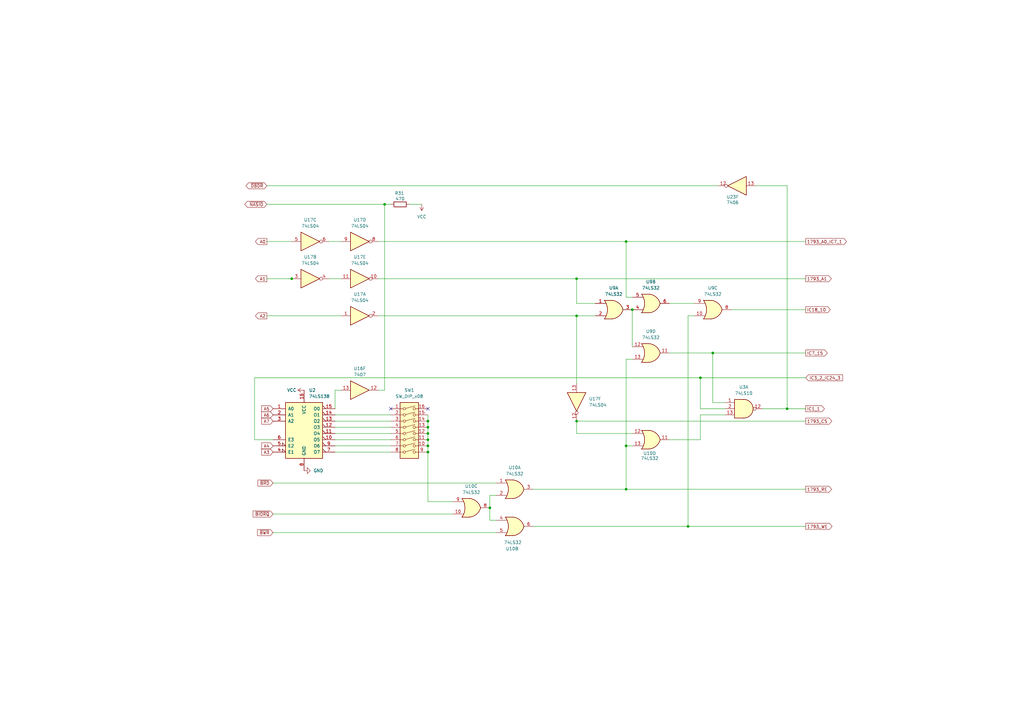
<source format=kicad_sch>
(kicad_sch (version 20211123) (generator eeschema)
  (paper "A3")
  (title_block (title "80 Bus FDC Controller") (date "2023-04-03") (rev "1.3.0"))
  (lib_symbols
    (symbol "74xx:74LS04"
      (property "Reference" "U" (at 0 1.27 0))
      (property "Value" "74LS04" (at 0 -1.27 0))
      (symbol "74LS04_1_0"
        (polyline (pts (xy -3.81 3.81) (xy -3.81 -3.81) (xy 3.81 0) (xy -3.81 3.81)) (stroke (width 0.254)) (fill (type background)))
        (pin input line (at -7.62 0 0) (length 3.81) (name "~") (number "1"))
        (pin output inverted (at 7.62 0 180) (length 3.81) (name "~") (number "2"))
      )
      (symbol "74LS04_2_0"
        (polyline (pts (xy -3.81 3.81) (xy -3.81 -3.81) (xy 3.81 0) (xy -3.81 3.81)) (stroke (width 0.254)) (fill (type background)))
        (pin input line (at -7.62 0 0) (length 3.81) (name "~") (number "3"))
        (pin output inverted (at 7.62 0 180) (length 3.81) (name "~") (number "4"))
      )
      (symbol "74LS04_3_0"
        (polyline (pts (xy -3.81 3.81) (xy -3.81 -3.81) (xy 3.81 0) (xy -3.81 3.81)) (stroke (width 0.254)) (fill (type background)))
        (pin input line (at -7.62 0 0) (length 3.81) (name "~") (number "5"))
        (pin output inverted (at 7.62 0 180) (length 3.81) (name "~") (number "6"))
      )
      (symbol "74LS04_4_0"
        (polyline (pts (xy -3.81 3.81) (xy -3.81 -3.81) (xy 3.81 0) (xy -3.81 3.81)) (stroke (width 0.254)) (fill (type background)))
        (pin output inverted (at 7.62 0 180) (length 3.81) (name "~") (number "8"))
        (pin input line (at -7.62 0 0) (length 3.81) (name "~") (number "9"))
      )
      (symbol "74LS04_5_0"
        (polyline (pts (xy -3.81 3.81) (xy -3.81 -3.81) (xy 3.81 0) (xy -3.81 3.81)) (stroke (width 0.254)) (fill (type background)))
        (pin output inverted (at 7.62 0 180) (length 3.81) (name "~") (number "10"))
        (pin input line (at -7.62 0 0) (length 3.81) (name "~") (number "11"))
      )
      (symbol "74LS04_6_0"
        (polyline (pts (xy -3.81 3.81) (xy -3.81 -3.81) (xy 3.81 0) (xy -3.81 3.81)) (stroke (width 0.254)) (fill (type background)))
        (pin output inverted (at 7.62 0 180) (length 3.81) (name "~") (number "12"))
        (pin input line (at -7.62 0 0) (length 3.81) (name "~") (number "13"))
      )
      (symbol "74LS04_7_0"
        (pin power_in line (at 0 12.7 270) (length 5.08) (name "VCC") (number "14"))
        (pin power_in line (at 0 -12.7 90) (length 5.08) (name "GND") (number "7"))
      )
      (symbol "74LS04_7_1"
        (rectangle (start -5.08 7.62) (end 5.08 -7.62) (stroke (width 0.254)) (fill (type background)))
      )
    )
    (symbol "74xx:74LS10" (pin_names (offset 1.016))
      (property "Reference" "U" (at 0 1.27 0))
      (property "Value" "74LS10" (at 0 -1.27 0))
      (symbol "74LS10_1_1"
        (arc (start 0 -3.81) (mid 3.81 0) (end 0 3.81) (stroke (width 0.254)) (fill (type background)))
        (polyline (pts (xy 0 3.81) (xy -3.81 3.81) (xy -3.81 -3.81) (xy 0 -3.81)) (stroke (width 0.254)) (fill (type background)))
        (pin input line (at -7.62 2.54 0) (length 3.81) (name "~") (number "1"))
        (pin output inverted (at 7.62 0 180) (length 3.81) (name "~") (number "12"))
        (pin input line (at -7.62 -2.54 0) (length 3.81) (name "~") (number "13"))
        (pin input line (at -7.62 0 0) (length 3.81) (name "~") (number "2"))
      )
      (symbol "74LS10_1_2"
        (arc (start -3.81 -3.81) (mid -2.589 0) (end -3.81 3.81) (stroke (width 0.254)))
        (arc (start -0.6096 -3.81) (mid 2.1842 -2.5851) (end 3.81 0) (stroke (width 0.254)) (fill (type background)))
        (polyline (pts (xy -3.81 -3.81) (xy -0.635 -3.81)) (stroke (width 0.254)) (fill (type background)))
        (polyline (pts (xy -3.81 3.81) (xy -0.635 3.81)) (stroke (width 0.254)) (fill (type background)))
        (polyline (pts (xy -0.635 3.81) (xy -3.81 3.81) (xy -3.81 3.81) (xy -3.556 3.4036) (xy -3.0226 2.2606) (xy -2.6924 1.0414) (xy -2.6162 -0.254) (xy -2.7686 -1.4986) (xy -3.175 -2.7178) (xy -3.81 -3.81) (xy -3.81 -3.81) (xy -0.635 -3.81)) (stroke (width -25.4)) (fill (type background)))
        (arc (start 3.81 0) (mid 2.1915 2.5936) (end -0.6096 3.81) (stroke (width 0.254)) (fill (type background)))
        (pin input inverted (at -7.62 2.54 0) (length 4.318) (name "~") (number "1"))
        (pin output line (at 7.62 0 180) (length 3.81) (name "~") (number "12"))
        (pin input inverted (at -7.62 -2.54 0) (length 4.318) (name "~") (number "13"))
        (pin input inverted (at -7.62 0 0) (length 4.953) (name "~") (number "2"))
      )
      (symbol "74LS10_2_1"
        (arc (start 0 -3.81) (mid 3.81 0) (end 0 3.81) (stroke (width 0.254)) (fill (type background)))
        (polyline (pts (xy 0 3.81) (xy -3.81 3.81) (xy -3.81 -3.81) (xy 0 -3.81)) (stroke (width 0.254)) (fill (type background)))
        (pin input line (at -7.62 2.54 0) (length 3.81) (name "~") (number "3"))
        (pin input line (at -7.62 0 0) (length 3.81) (name "~") (number "4"))
        (pin input line (at -7.62 -2.54 0) (length 3.81) (name "~") (number "5"))
        (pin output inverted (at 7.62 0 180) (length 3.81) (name "~") (number "6"))
      )
      (symbol "74LS10_2_2"
        (arc (start -3.81 -3.81) (mid -2.589 0) (end -3.81 3.81) (stroke (width 0.254)))
        (arc (start -0.6096 -3.81) (mid 2.1842 -2.5851) (end 3.81 0) (stroke (width 0.254)) (fill (type background)))
        (polyline (pts (xy -3.81 -3.81) (xy -0.635 -3.81)) (stroke (width 0.254)) (fill (type background)))
        (polyline (pts (xy -3.81 3.81) (xy -0.635 3.81)) (stroke (width 0.254)) (fill (type background)))
        (polyline (pts (xy -0.635 3.81) (xy -3.81 3.81) (xy -3.81 3.81) (xy -3.556 3.4036) (xy -3.0226 2.2606) (xy -2.6924 1.0414) (xy -2.6162 -0.254) (xy -2.7686 -1.4986) (xy -3.175 -2.7178) (xy -3.81 -3.81) (xy -3.81 -3.81) (xy -0.635 -3.81)) (stroke (width -25.4)) (fill (type background)))
        (arc (start 3.81 0) (mid 2.1915 2.5936) (end -0.6096 3.81) (stroke (width 0.254)) (fill (type background)))
        (pin input inverted (at -7.62 2.54 0) (length 4.318) (name "~") (number "3"))
        (pin input inverted (at -7.62 0 0) (length 4.953) (name "~") (number "4"))
        (pin input inverted (at -7.62 -2.54 0) (length 4.318) (name "~") (number "5"))
        (pin output line (at 7.62 0 180) (length 3.81) (name "~") (number "6"))
      )
      (symbol "74LS10_3_1"
        (arc (start 0 -3.81) (mid 3.81 0) (end 0 3.81) (stroke (width 0.254)) (fill (type background)))
        (polyline (pts (xy 0 3.81) (xy -3.81 3.81) (xy -3.81 -3.81) (xy 0 -3.81)) (stroke (width 0.254)) (fill (type background)))
        (pin input line (at -7.62 0 0) (length 3.81) (name "~") (number "10"))
        (pin input line (at -7.62 -2.54 0) (length 3.81) (name "~") (number "11"))
        (pin output inverted (at 7.62 0 180) (length 3.81) (name "~") (number "8"))
        (pin input line (at -7.62 2.54 0) (length 3.81) (name "~") (number "9"))
      )
      (symbol "74LS10_3_2"
        (arc (start -3.81 -3.81) (mid -2.589 0) (end -3.81 3.81) (stroke (width 0.254)))
        (arc (start -0.6096 -3.81) (mid 2.1842 -2.5851) (end 3.81 0) (stroke (width 0.254)) (fill (type background)))
        (polyline (pts (xy -3.81 -3.81) (xy -0.635 -3.81)) (stroke (width 0.254)) (fill (type background)))
        (polyline (pts (xy -3.81 3.81) (xy -0.635 3.81)) (stroke (width 0.254)) (fill (type background)))
        (polyline (pts (xy -0.635 3.81) (xy -3.81 3.81) (xy -3.81 3.81) (xy -3.556 3.4036) (xy -3.0226 2.2606) (xy -2.6924 1.0414) (xy -2.6162 -0.254) (xy -2.7686 -1.4986) (xy -3.175 -2.7178) (xy -3.81 -3.81) (xy -3.81 -3.81) (xy -0.635 -3.81)) (stroke (width -25.4)) (fill (type background)))
        (arc (start 3.81 0) (mid 2.1915 2.5936) (end -0.6096 3.81) (stroke (width 0.254)) (fill (type background)))
        (pin input inverted (at -7.62 0 0) (length 4.953) (name "~") (number "10"))
        (pin input inverted (at -7.62 -2.54 0) (length 4.318) (name "~") (number "11"))
        (pin output line (at 7.62 0 180) (length 3.81) (name "~") (number "8"))
        (pin input inverted (at -7.62 2.54 0) (length 4.318) (name "~") (number "9"))
      )
      (symbol "74LS10_4_0"
        (pin power_in line (at 0 12.7 270) (length 5.08) (name "VCC") (number "14"))
        (pin power_in line (at 0 -12.7 90) (length 5.08) (name "GND") (number "7"))
      )
      (symbol "74LS10_4_1"
        (rectangle (start -5.08 7.62) (end 5.08 -7.62) (stroke (width 0.254)) (fill (type background)))
      )
    )
    (symbol "74xx:74LS138" (pin_names (offset 1.016))
      (property "Reference" "U" (at -7.62 11.43 0))
      (property "Value" "74LS138" (at -7.62 -13.97 0))
      (symbol "74LS138_1_0"
        (pin input line (at -12.7 7.62 0) (length 5.08) (name "A0") (number "1"))
        (pin output output_low (at 12.7 -5.08 180) (length 5.08) (name "O5") (number "10"))
        (pin output output_low (at 12.7 -2.54 180) (length 5.08) (name "O4") (number "11"))
        (pin output output_low (at 12.7 0 180) (length 5.08) (name "O3") (number "12"))
        (pin output output_low (at 12.7 2.54 180) (length 5.08) (name "O2") (number "13"))
        (pin output output_low (at 12.7 5.08 180) (length 5.08) (name "O1") (number "14"))
        (pin output output_low (at 12.7 7.62 180) (length 5.08) (name "O0") (number "15"))
        (pin power_in line (at 0 15.24 270) (length 5.08) (name "VCC") (number "16"))
        (pin input line (at -12.7 5.08 0) (length 5.08) (name "A1") (number "2"))
        (pin input line (at -12.7 2.54 0) (length 5.08) (name "A2") (number "3"))
        (pin input input_low (at -12.7 -10.16 0) (length 5.08) (name "E1") (number "4"))
        (pin input input_low (at -12.7 -7.62 0) (length 5.08) (name "E2") (number "5"))
        (pin input line (at -12.7 -5.08 0) (length 5.08) (name "E3") (number "6"))
        (pin output output_low (at 12.7 -10.16 180) (length 5.08) (name "O7") (number "7"))
        (pin power_in line (at 0 -17.78 90) (length 5.08) (name "GND") (number "8"))
        (pin output output_low (at 12.7 -7.62 180) (length 5.08) (name "O6") (number "9"))
      )
      (symbol "74LS138_1_1"
        (rectangle (start -7.62 10.16) (end 7.62 -12.7) (stroke (width 0.254)) (fill (type background)))
      )
    )
    (symbol "74xx:74LS32" (pin_names (offset 1.016))
      (property "Reference" "U" (at 0 1.27 0))
      (property "Value" "74LS32" (at 0 -1.27 0))
      (symbol "74LS32_1_1"
        (arc (start -3.81 -3.81) (mid -2.589 0) (end -3.81 3.81) (stroke (width 0.254)))
        (arc (start -0.6096 -3.81) (mid 2.1842 -2.5851) (end 3.81 0) (stroke (width 0.254)) (fill (type background)))
        (polyline (pts (xy -3.81 -3.81) (xy -0.635 -3.81)) (stroke (width 0.254)) (fill (type background)))
        (polyline (pts (xy -3.81 3.81) (xy -0.635 3.81)) (stroke (width 0.254)) (fill (type background)))
        (polyline (pts (xy -0.635 3.81) (xy -3.81 3.81) (xy -3.81 3.81) (xy -3.556 3.4036) (xy -3.0226 2.2606) (xy -2.6924 1.0414) (xy -2.6162 -0.254) (xy -2.7686 -1.4986) (xy -3.175 -2.7178) (xy -3.81 -3.81) (xy -3.81 -3.81) (xy -0.635 -3.81)) (stroke (width -25.4)) (fill (type background)))
        (arc (start 3.81 0) (mid 2.1915 2.5936) (end -0.6096 3.81) (stroke (width 0.254)) (fill (type background)))
        (pin input line (at -7.62 2.54 0) (length 4.318) (name "~") (number "1"))
        (pin input line (at -7.62 -2.54 0) (length 4.318) (name "~") (number "2"))
        (pin output line (at 7.62 0 180) (length 3.81) (name "~") (number "3"))
      )
      (symbol "74LS32_1_2"
        (arc (start 0 -3.81) (mid 3.81 0) (end 0 3.81) (stroke (width 0.254)) (fill (type background)))
        (polyline (pts (xy 0 3.81) (xy -3.81 3.81) (xy -3.81 -3.81) (xy 0 -3.81)) (stroke (width 0.254)) (fill (type background)))
        (pin input inverted (at -7.62 2.54 0) (length 3.81) (name "~") (number "1"))
        (pin input inverted (at -7.62 -2.54 0) (length 3.81) (name "~") (number "2"))
        (pin output inverted (at 7.62 0 180) (length 3.81) (name "~") (number "3"))
      )
      (symbol "74LS32_2_1"
        (arc (start -3.81 -3.81) (mid -2.589 0) (end -3.81 3.81) (stroke (width 0.254)))
        (arc (start -0.6096 -3.81) (mid 2.1842 -2.5851) (end 3.81 0) (stroke (width 0.254)) (fill (type background)))
        (polyline (pts (xy -3.81 -3.81) (xy -0.635 -3.81)) (stroke (width 0.254)) (fill (type background)))
        (polyline (pts (xy -3.81 3.81) (xy -0.635 3.81)) (stroke (width 0.254)) (fill (type background)))
        (polyline (pts (xy -0.635 3.81) (xy -3.81 3.81) (xy -3.81 3.81) (xy -3.556 3.4036) (xy -3.0226 2.2606) (xy -2.6924 1.0414) (xy -2.6162 -0.254) (xy -2.7686 -1.4986) (xy -3.175 -2.7178) (xy -3.81 -3.81) (xy -3.81 -3.81) (xy -0.635 -3.81)) (stroke (width -25.4)) (fill (type background)))
        (arc (start 3.81 0) (mid 2.1915 2.5936) (end -0.6096 3.81) (stroke (width 0.254)) (fill (type background)))
        (pin input line (at -7.62 2.54 0) (length 4.318) (name "~") (number "4"))
        (pin input line (at -7.62 -2.54 0) (length 4.318) (name "~") (number "5"))
        (pin output line (at 7.62 0 180) (length 3.81) (name "~") (number "6"))
      )
      (symbol "74LS32_2_2"
        (arc (start 0 -3.81) (mid 3.81 0) (end 0 3.81) (stroke (width 0.254)) (fill (type background)))
        (polyline (pts (xy 0 3.81) (xy -3.81 3.81) (xy -3.81 -3.81) (xy 0 -3.81)) (stroke (width 0.254)) (fill (type background)))
        (pin input inverted (at -7.62 2.54 0) (length 3.81) (name "~") (number "4"))
        (pin input inverted (at -7.62 -2.54 0) (length 3.81) (name "~") (number "5"))
        (pin output inverted (at 7.62 0 180) (length 3.81) (name "~") (number "6"))
      )
      (symbol "74LS32_3_1"
        (arc (start -3.81 -3.81) (mid -2.589 0) (end -3.81 3.81) (stroke (width 0.254)))
        (arc (start -0.6096 -3.81) (mid 2.1842 -2.5851) (end 3.81 0) (stroke (width 0.254)) (fill (type background)))
        (polyline (pts (xy -3.81 -3.81) (xy -0.635 -3.81)) (stroke (width 0.254)) (fill (type background)))
        (polyline (pts (xy -3.81 3.81) (xy -0.635 3.81)) (stroke (width 0.254)) (fill (type background)))
        (polyline (pts (xy -0.635 3.81) (xy -3.81 3.81) (xy -3.81 3.81) (xy -3.556 3.4036) (xy -3.0226 2.2606) (xy -2.6924 1.0414) (xy -2.6162 -0.254) (xy -2.7686 -1.4986) (xy -3.175 -2.7178) (xy -3.81 -3.81) (xy -3.81 -3.81) (xy -0.635 -3.81)) (stroke (width -25.4)) (fill (type background)))
        (arc (start 3.81 0) (mid 2.1915 2.5936) (end -0.6096 3.81) (stroke (width 0.254)) (fill (type background)))
        (pin input line (at -7.62 -2.54 0) (length 4.318) (name "~") (number "10"))
        (pin output line (at 7.62 0 180) (length 3.81) (name "~") (number "8"))
        (pin input line (at -7.62 2.54 0) (length 4.318) (name "~") (number "9"))
      )
      (symbol "74LS32_3_2"
        (arc (start 0 -3.81) (mid 3.81 0) (end 0 3.81) (stroke (width 0.254)) (fill (type background)))
        (polyline (pts (xy 0 3.81) (xy -3.81 3.81) (xy -3.81 -3.81) (xy 0 -3.81)) (stroke (width 0.254)) (fill (type background)))
        (pin input inverted (at -7.62 -2.54 0) (length 3.81) (name "~") (number "10"))
        (pin output inverted (at 7.62 0 180) (length 3.81) (name "~") (number "8"))
        (pin input inverted (at -7.62 2.54 0) (length 3.81) (name "~") (number "9"))
      )
      (symbol "74LS32_4_1"
        (arc (start -3.81 -3.81) (mid -2.589 0) (end -3.81 3.81) (stroke (width 0.254)))
        (arc (start -0.6096 -3.81) (mid 2.1842 -2.5851) (end 3.81 0) (stroke (width 0.254)) (fill (type background)))
        (polyline (pts (xy -3.81 -3.81) (xy -0.635 -3.81)) (stroke (width 0.254)) (fill (type background)))
        (polyline (pts (xy -3.81 3.81) (xy -0.635 3.81)) (stroke (width 0.254)) (fill (type background)))
        (polyline (pts (xy -0.635 3.81) (xy -3.81 3.81) (xy -3.81 3.81) (xy -3.556 3.4036) (xy -3.0226 2.2606) (xy -2.6924 1.0414) (xy -2.6162 -0.254) (xy -2.7686 -1.4986) (xy -3.175 -2.7178) (xy -3.81 -3.81) (xy -3.81 -3.81) (xy -0.635 -3.81)) (stroke (width -25.4)) (fill (type background)))
        (arc (start 3.81 0) (mid 2.1915 2.5936) (end -0.6096 3.81) (stroke (width 0.254)) (fill (type background)))
        (pin output line (at 7.62 0 180) (length 3.81) (name "~") (number "11"))
        (pin input line (at -7.62 2.54 0) (length 4.318) (name "~") (number "12"))
        (pin input line (at -7.62 -2.54 0) (length 4.318) (name "~") (number "13"))
      )
      (symbol "74LS32_4_2"
        (arc (start 0 -3.81) (mid 3.81 0) (end 0 3.81) (stroke (width 0.254)) (fill (type background)))
        (polyline (pts (xy 0 3.81) (xy -3.81 3.81) (xy -3.81 -3.81) (xy 0 -3.81)) (stroke (width 0.254)) (fill (type background)))
        (pin output inverted (at 7.62 0 180) (length 3.81) (name "~") (number "11"))
        (pin input inverted (at -7.62 2.54 0) (length 3.81) (name "~") (number "12"))
        (pin input inverted (at -7.62 -2.54 0) (length 3.81) (name "~") (number "13"))
      )
      (symbol "74LS32_5_0"
        (pin power_in line (at 0 12.7 270) (length 5.08) (name "VCC") (number "14"))
        (pin power_in line (at 0 -12.7 90) (length 5.08) (name "GND") (number "7"))
      )
      (symbol "74LS32_5_1"
        (rectangle (start -5.08 7.62) (end 5.08 -7.62) (stroke (width 0.254)) (fill (type background)))
      )
    )
    (symbol "80bus:7406" (pin_names (offset 1.016))
      (property "Reference" "U" (at 0 1.27 0))
      (property "Value" "7406" (at 0 -1.27 0))
      (symbol "7406_1_0"
        (polyline (pts (xy -3.81 3.81) (xy -3.81 -3.81) (xy 3.81 0) (xy -3.81 3.81)) (stroke (width 0.254)) (fill (type background)))
        (pin input line (at -7.62 0 0) (length 3.81) (name "~") (number "1"))
        (pin open_collector inverted (at 7.62 0 180) (length 3.81) (name "~") (number "2"))
      )
      (symbol "7406_2_0"
        (polyline (pts (xy -3.81 3.81) (xy -3.81 -3.81) (xy 3.81 0) (xy -3.81 3.81)) (stroke (width 0.254)) (fill (type background)))
        (pin input line (at -7.62 0 0) (length 3.81) (name "~") (number "3"))
        (pin open_collector inverted (at 7.62 0 180) (length 3.81) (name "~") (number "4"))
      )
      (symbol "7406_3_0"
        (polyline (pts (xy -3.81 3.81) (xy -3.81 -3.81) (xy 3.81 0) (xy -3.81 3.81)) (stroke (width 0.254)) (fill (type background)))
        (pin input line (at -7.62 0 0) (length 3.81) (name "~") (number "5"))
        (pin open_collector inverted (at 7.62 0 180) (length 3.81) (name "~") (number "6"))
      )
      (symbol "7406_4_0"
        (polyline (pts (xy -3.81 3.81) (xy -3.81 -3.81) (xy 3.81 0) (xy -3.81 3.81)) (stroke (width 0.254)) (fill (type background)))
        (pin open_collector inverted (at 7.62 0 180) (length 3.81) (name "~") (number "8"))
        (pin input line (at -7.62 0 0) (length 3.81) (name "~") (number "9"))
      )
      (symbol "7406_5_0"
        (polyline (pts (xy -3.81 3.81) (xy -3.81 -3.81) (xy 3.81 0) (xy -3.81 3.81)) (stroke (width 0.254)) (fill (type background)))
        (pin open_collector inverted (at 7.62 0 180) (length 3.81) (name "~") (number "10"))
        (pin input line (at -7.62 0 0) (length 3.81) (name "~") (number "11"))
      )
      (symbol "7406_6_0"
        (polyline (pts (xy -3.81 3.81) (xy -3.81 -3.81) (xy 3.81 0) (xy -3.81 3.81)) (stroke (width 0.254)) (fill (type background)))
        (pin open_collector inverted (at 7.62 0 180) (length 3.81) (name "~") (number "12"))
        (pin input line (at -7.62 0 0) (length 3.81) (name "~") (number "13"))
      )
      (symbol "7406_7_0"
        (pin power_in line (at 0 12.7 270) (length 5.08) (name "VCC") (number "14"))
        (pin power_in line (at 0 -12.7 90) (length 5.08) (name "GND") (number "7"))
      )
      (symbol "7406_7_1"
        (rectangle (start -5.08 7.62) (end 5.08 -7.62) (stroke (width 0.254)) (fill (type background)))
      )
    )
    (symbol "80bus:7407" (pin_names (offset 1.016))
      (property "Reference" "U" (at 0 1.27 0))
      (property "Value" "7407" (at 0 -1.27 0))
      (symbol "7407_1_0"
        (polyline (pts (xy -3.81 3.81) (xy -3.81 -3.81) (xy 3.81 0) (xy -3.81 3.81)) (stroke (width 0.254)) (fill (type background)))
        (pin input line (at -7.62 0 0) (length 3.81) (name "~") (number "1"))
        (pin open_collector line (at 7.62 0 180) (length 3.81) (name "~") (number "2"))
      )
      (symbol "7407_2_0"
        (polyline (pts (xy -3.81 3.81) (xy -3.81 -3.81) (xy 3.81 0) (xy -3.81 3.81)) (stroke (width 0.254)) (fill (type background)))
        (pin input line (at -7.62 0 0) (length 3.81) (name "~") (number "3"))
        (pin open_collector line (at 7.62 0 180) (length 3.81) (name "~") (number "4"))
      )
      (symbol "7407_3_0"
        (polyline (pts (xy -3.81 3.81) (xy -3.81 -3.81) (xy 3.81 0) (xy -3.81 3.81)) (stroke (width 0.254)) (fill (type background)))
        (pin input line (at -7.62 0 0) (length 3.81) (name "~") (number "5"))
        (pin open_collector line (at 7.62 0 180) (length 3.81) (name "~") (number "6"))
      )
      (symbol "7407_4_0"
        (polyline (pts (xy -3.81 3.81) (xy -3.81 -3.81) (xy 3.81 0) (xy -3.81 3.81)) (stroke (width 0.254)) (fill (type background)))
        (pin open_collector line (at 7.62 0 180) (length 3.81) (name "~") (number "8"))
        (pin input line (at -7.62 0 0) (length 3.81) (name "~") (number "9"))
      )
      (symbol "7407_5_0"
        (polyline (pts (xy -3.81 3.81) (xy -3.81 -3.81) (xy 3.81 0) (xy -3.81 3.81)) (stroke (width 0.254)) (fill (type background)))
        (pin open_collector line (at 7.62 0 180) (length 3.81) (name "~") (number "10"))
        (pin input line (at -7.62 0 0) (length 3.81) (name "~") (number "11"))
      )
      (symbol "7407_6_0"
        (polyline (pts (xy -3.81 3.81) (xy -3.81 -3.81) (xy 3.81 0) (xy -3.81 3.81)) (stroke (width 0.254)) (fill (type background)))
        (pin open_collector line (at 7.62 0 180) (length 3.81) (name "~") (number "12"))
        (pin input line (at -7.62 0 0) (length 3.81) (name "~") (number "13"))
      )
      (symbol "7407_7_0"
        (pin power_in line (at 0 12.7 270) (length 5.08) (name "VCC") (number "14"))
        (pin power_in line (at 0 -12.7 90) (length 5.08) (name "GND") (number "7"))
      )
      (symbol "7407_7_1"
        (rectangle (start -5.08 7.62) (end 5.08 -7.62) (stroke (width 0.254)) (fill (type background)))
      )
    )
    (symbol "Device:R" (pin_numbers hide) (pin_names (offset 0))
      (property "Reference" "R" (at 2.032 0 90))
      (property "Value" "R" (at 0 0 90))
      (symbol "R_0_1"
        (rectangle (start -1.016 -2.54) (end 1.016 2.54) (stroke (width 0.254)))
      )
      (symbol "R_1_1"
        (pin passive line (at 0 3.81 270) (length 1.27) (name "~") (number "1"))
        (pin passive line (at 0 -3.81 90) (length 1.27) (name "~") (number "2"))
      )
    )
    (symbol "Switch:SW_DIP_x08" (pin_names (offset 0) hide)
      (property "Reference" "SW" (at 0 13.97 0))
      (property "Value" "SW_DIP_x08" (at 0 -11.43 0))
      (symbol "SW_DIP_x08_0_0"
        (circle (center -2.032 -7.62) (radius 0.508))
        (circle (center -2.032 -5.08) (radius 0.508))
        (circle (center -2.032 -2.54) (radius 0.508))
        (circle (center -2.032 0) (radius 0.508))
        (circle (center -2.032 2.54) (radius 0.508))
        (circle (center -2.032 5.08) (radius 0.508))
        (circle (center -2.032 7.62) (radius 0.508))
        (circle (center -2.032 10.16) (radius 0.508))
        (polyline (pts (xy -1.524 -7.4676) (xy 2.3622 -6.4262)))
        (polyline (pts (xy -1.524 -4.9276) (xy 2.3622 -3.8862)))
        (polyline (pts (xy -1.524 -2.3876) (xy 2.3622 -1.3462)))
        (polyline (pts (xy -1.524 0.127) (xy 2.3622 1.1684)))
        (polyline (pts (xy -1.524 2.667) (xy 2.3622 3.7084)))
        (polyline (pts (xy -1.524 5.207) (xy 2.3622 6.2484)))
        (polyline (pts (xy -1.524 7.747) (xy 2.3622 8.7884)))
        (polyline (pts (xy -1.524 10.287) (xy 2.3622 11.3284)))
        (circle (center 2.032 -7.62) (radius 0.508))
        (circle (center 2.032 -5.08) (radius 0.508))
        (circle (center 2.032 -2.54) (radius 0.508))
        (circle (center 2.032 0) (radius 0.508))
        (circle (center 2.032 2.54) (radius 0.508))
        (circle (center 2.032 5.08) (radius 0.508))
        (circle (center 2.032 7.62) (radius 0.508))
        (circle (center 2.032 10.16) (radius 0.508))
      )
      (symbol "SW_DIP_x08_0_1"
        (rectangle (start -3.81 12.7) (end 3.81 -10.16) (stroke (width 0.254)) (fill (type background)))
      )
      (symbol "SW_DIP_x08_1_1"
        (pin passive line (at -7.62 10.16 0) (length 5.08) (name "~") (number "1"))
        (pin passive line (at 7.62 -5.08 180) (length 5.08) (name "~") (number "10"))
        (pin passive line (at 7.62 -2.54 180) (length 5.08) (name "~") (number "11"))
        (pin passive line (at 7.62 0 180) (length 5.08) (name "~") (number "12"))
        (pin passive line (at 7.62 2.54 180) (length 5.08) (name "~") (number "13"))
        (pin passive line (at 7.62 5.08 180) (length 5.08) (name "~") (number "14"))
        (pin passive line (at 7.62 7.62 180) (length 5.08) (name "~") (number "15"))
        (pin passive line (at 7.62 10.16 180) (length 5.08) (name "~") (number "16"))
        (pin passive line (at -7.62 7.62 0) (length 5.08) (name "~") (number "2"))
        (pin passive line (at -7.62 5.08 0) (length 5.08) (name "~") (number "3"))
        (pin passive line (at -7.62 2.54 0) (length 5.08) (name "~") (number "4"))
        (pin passive line (at -7.62 0 0) (length 5.08) (name "~") (number "5"))
        (pin passive line (at -7.62 -2.54 0) (length 5.08) (name "~") (number "6"))
        (pin passive line (at -7.62 -5.08 0) (length 5.08) (name "~") (number "7"))
        (pin passive line (at -7.62 -7.62 0) (length 5.08) (name "~") (number "8"))
        (pin passive line (at 7.62 -7.62 180) (length 5.08) (name "~") (number "9"))
      )
    )
    (symbol "power:GND" (power) (pin_names (offset 0))
      (property "Value" "GND" (at 0 -3.81 0))
      (symbol "GND_0_1"
        (polyline (pts (xy 0 0) (xy 0 -1.27) (xy 1.27 -1.27) (xy 0 -2.54) (xy -1.27 -1.27) (xy 0 -1.27)))
      )
      (symbol "GND_1_1"
        (pin power_in line (at 0 0 270) (length 0) hide (name "GND") (number "1"))
      )
    )
    (symbol "power:VCC" (power) (pin_names (offset 0))
      (property "Value" "VCC" (at 0 3.81 0))
      (symbol "VCC_0_1"
        (polyline (pts (xy -0.762 1.27) (xy 0 2.54)))
        (polyline (pts (xy 0 0) (xy 0 2.54)))
        (polyline (pts (xy 0 2.54) (xy 0.762 1.27)))
      )
      (symbol "VCC_1_1"
        (pin power_in line (at 0 0 90) (length 0) hide (name "VCC") (number "1"))
      )
    )
  )
  (junction (at 175.514 175.26))
  (junction (at 259.334 127))
  (junction (at 256.794 200.66))
  (junction (at 256.794 99.06))
  (junction (at 236.474 129.54))
  (junction (at 287.274 154.94))
  (junction (at 200.914 208.28))
  (junction (at 292.354 144.78))
  (junction (at 175.514 172.72))
  (junction (at 157.734 83.82))
  (junction (at 119.634 114.3))
  (junction (at 175.514 180.34))
  (junction (at 175.514 182.88))
  (junction (at 175.514 177.8))
  (junction (at 236.474 172.72))
  (junction (at 256.794 182.88))
  (junction (at 175.514 185.42))
  (junction (at 282.194 215.9))
  (junction (at 236.474 114.3))
  (junction (at 322.834 167.64))
  (no_connect (at 175.514 167.64))
  (no_connect (at 160.274 167.64))
  (wire (pts (xy 157.734 83.82) (xy 157.734 160.02)))
  (wire (pts (xy 256.794 99.06) (xy 330.454 99.06)))
  (wire (pts (xy 256.794 200.66) (xy 330.454 200.66)))
  (wire (pts (xy 200.914 213.36) (xy 200.914 208.28)))
  (wire (pts (xy 155.194 129.54) (xy 236.474 129.54)))
  (wire (pts (xy 236.474 172.72) (xy 236.474 172.466)))
  (wire (pts (xy 282.194 215.9) (xy 330.454 215.9)))
  (wire (pts (xy 292.354 144.78) (xy 330.454 144.78)))
  (wire (pts (xy 200.914 203.2) (xy 200.914 208.28)))
  (wire (pts (xy 112.014 218.44) (xy 203.454 218.44)))
  (wire (pts (xy 236.474 129.54) (xy 236.474 157.226)))
  (wire (pts (xy 157.734 83.82) (xy 160.274 83.82)))
  (wire (pts (xy 137.414 185.42) (xy 160.274 185.42)))
  (wire (pts (xy 236.474 129.54) (xy 244.094 129.54)))
  (wire (pts (xy 137.414 170.18) (xy 160.274 170.18)))
  (wire (pts (xy 175.514 170.18) (xy 175.514 172.72)))
  (wire (pts (xy 167.894 83.82) (xy 172.974 83.82)))
  (wire (pts (xy 109.474 83.82) (xy 157.734 83.82)))
  (wire (pts (xy 175.514 177.8) (xy 175.514 180.34)))
  (wire (pts (xy 155.194 114.3) (xy 236.474 114.3)))
  (wire (pts (xy 175.514 172.72) (xy 175.514 175.26)))
  (wire (pts (xy 259.334 121.92) (xy 256.794 121.92)))
  (wire (pts (xy 203.454 213.36) (xy 200.914 213.36)))
  (wire (pts (xy 287.274 170.18) (xy 297.434 170.18)))
  (wire (pts (xy 297.434 165.1) (xy 292.354 165.1)))
  (wire (pts (xy 274.574 180.34) (xy 287.274 180.34)))
  (wire (pts (xy 259.334 127) (xy 259.334 142.24)))
  (wire (pts (xy 330.454 154.94) (xy 287.274 154.94)))
  (wire (pts (xy 312.674 167.64) (xy 322.834 167.64)))
  (wire (pts (xy 137.414 172.72) (xy 160.274 172.72)))
  (wire (pts (xy 134.874 99.06) (xy 139.954 99.06)))
  (wire (pts (xy 236.474 172.72) (xy 330.454 172.72)))
  (wire (pts (xy 109.474 99.06) (xy 119.634 99.06)))
  (wire (pts (xy 119.634 114.3) (xy 119.888 114.3)))
  (wire (pts (xy 292.354 144.78) (xy 292.354 165.1)))
  (wire (pts (xy 282.194 129.54) (xy 282.194 215.9)))
  (wire (pts (xy 259.334 177.8) (xy 236.474 177.8)))
  (wire (pts (xy 175.514 175.26) (xy 175.514 177.8)))
  (wire (pts (xy 256.794 182.88) (xy 256.794 200.66)))
  (wire (pts (xy 137.414 182.88) (xy 160.274 182.88)))
  (wire (pts (xy 175.514 205.74) (xy 185.674 205.74)))
  (wire (pts (xy 137.414 180.34) (xy 160.274 180.34)))
  (wire (pts (xy 287.274 154.94) (xy 104.394 154.94)))
  (wire (pts (xy 175.514 182.88) (xy 175.514 185.42)))
  (wire (pts (xy 175.514 185.42) (xy 175.514 205.74)))
  (wire (pts (xy 203.454 203.2) (xy 200.914 203.2)))
  (wire (pts (xy 137.414 175.26) (xy 160.274 175.26)))
  (wire (pts (xy 137.414 177.8) (xy 160.274 177.8)))
  (wire (pts (xy 137.414 160.02) (xy 139.954 160.02)))
  (wire (pts (xy 157.734 160.02) (xy 155.194 160.02)))
  (wire (pts (xy 134.874 114.3) (xy 139.954 114.3)))
  (wire (pts (xy 112.014 210.82) (xy 185.674 210.82)))
  (wire (pts (xy 244.094 124.46) (xy 236.474 124.46)))
  (wire (pts (xy 256.794 121.92) (xy 256.794 99.06)))
  (wire (pts (xy 256.794 147.32) (xy 256.794 182.88)))
  (wire (pts (xy 137.414 167.64) (xy 137.414 160.02)))
  (wire (pts (xy 256.794 182.88) (xy 259.334 182.88)))
  (wire (pts (xy 236.474 124.46) (xy 236.474 114.3)))
  (wire (pts (xy 259.334 147.32) (xy 256.794 147.32)))
  (wire (pts (xy 322.834 167.64) (xy 330.454 167.64)))
  (wire (pts (xy 112.014 198.12) (xy 203.454 198.12)))
  (wire (pts (xy 104.394 180.34) (xy 112.014 180.34)))
  (wire (pts (xy 155.194 99.06) (xy 256.794 99.06)))
  (wire (pts (xy 218.694 215.9) (xy 282.194 215.9)))
  (wire (pts (xy 236.474 177.8) (xy 236.474 172.72)))
  (wire (pts (xy 284.734 129.54) (xy 282.194 129.54)))
  (wire (pts (xy 287.274 180.34) (xy 287.274 170.18)))
  (wire (pts (xy 322.834 76.2) (xy 322.834 167.64)))
  (wire (pts (xy 309.88 76.2) (xy 322.834 76.2)))
  (wire (pts (xy 274.574 144.78) (xy 292.354 144.78)))
  (wire (pts (xy 287.274 167.64) (xy 287.274 154.94)))
  (wire (pts (xy 109.474 76.2) (xy 294.64 76.2)))
  (wire (pts (xy 109.474 129.54) (xy 139.954 129.54)))
  (wire (pts (xy 236.474 114.3) (xy 330.454 114.3)))
  (wire (pts (xy 299.974 127) (xy 330.454 127)))
  (wire (pts (xy 284.734 124.46) (xy 274.574 124.46)))
  (wire (pts (xy 109.474 114.3) (xy 119.634 114.3)))
  (wire (pts (xy 218.694 200.66) (xy 256.794 200.66)))
  (wire (pts (xy 287.274 167.64) (xy 297.434 167.64)))
  (wire (pts (xy 104.394 154.94) (xy 104.394 180.34)))
  (wire (pts (xy 175.514 180.34) (xy 175.514 182.88)))
  (global_label "~{NASIO}" (shape bidirectional) (at 109.474 83.82 180) (property "Intersheet References" "${INTERSHEET_REFS}" (effects hide)))
  (global_label "A3" (shape input) (at 112.014 185.42 180) (property "Intersheet References" "${INTERSHEET_REFS}" (effects hide)))
  (global_label "A5" (shape input) (at 112.014 167.64 180) (property "Intersheet References" "${INTERSHEET_REFS}" (effects hide)))
  (global_label "IC1_1" (shape output) (at 330.454 167.64 0) (property "Intersheet References" "${INTERSHEET_REFS}" (effects hide)))
  (global_label "1793_CS" (shape output) (at 330.454 172.72 0) (property "Intersheet References" "${INTERSHEET_REFS}" (effects hide)))
  (global_label "A2" (shape output) (at 109.474 129.54 180) (property "Intersheet References" "${INTERSHEET_REFS}" (effects hide)))
  (global_label "A7" (shape input) (at 112.014 172.72 180) (property "Intersheet References" "${INTERSHEET_REFS}" (effects hide)))
  (global_label "IC3_2_IC24_3" (shape input) (at 330.454 154.94 0) (property "Intersheet References" "${INTERSHEET_REFS}" (effects hide)))
  (global_label "1793_WE" (shape output) (at 330.454 215.9 0) (property "Intersheet References" "${INTERSHEET_REFS}" (effects hide)))
  (global_label "~{DBDR}" (shape bidirectional) (at 109.474 76.2 180) (property "Intersheet References" "${INTERSHEET_REFS}" (effects hide)))
  (global_label "A4" (shape input) (at 112.014 182.88 180) (property "Intersheet References" "${INTERSHEET_REFS}" (effects hide)))
  (global_label "A6" (shape input) (at 112.014 170.18 180) (property "Intersheet References" "${INTERSHEET_REFS}" (effects hide)))
  (global_label "IC18_10" (shape output) (at 330.454 127 0) (property "Intersheet References" "${INTERSHEET_REFS}" (effects hide)))
  (global_label "1793_A1" (shape output) (at 330.454 114.3 0) (property "Intersheet References" "${INTERSHEET_REFS}" (effects hide)))
  (global_label "~{BRD}" (shape input) (at 112.014 198.12 180) (property "Intersheet References" "${INTERSHEET_REFS}" (effects hide)))
  (global_label "~{BWR}" (shape input) (at 112.014 218.44 180) (property "Intersheet References" "${INTERSHEET_REFS}" (effects hide)))
  (global_label "1793_A0_IC7_1" (shape output) (at 330.454 99.06 0) (property "Intersheet References" "${INTERSHEET_REFS}" (effects hide)))
  (global_label "~{BIORQ}" (shape input) (at 112.014 210.82 180) (property "Intersheet References" "${INTERSHEET_REFS}" (effects hide)))
  (global_label "1793_RE" (shape output) (at 330.454 200.66 0) (property "Intersheet References" "${INTERSHEET_REFS}" (effects hide)))
  (global_label "A0" (shape output) (at 109.474 99.06 180) (property "Intersheet References" "${INTERSHEET_REFS}" (effects hide)))
  (global_label "A1" (shape output) (at 109.474 114.3 180) (property "Intersheet References" "${INTERSHEET_REFS}" (effects hide)))
  (global_label "IC7_15" (shape output) (at 330.454 144.78 0) (property "Intersheet References" "${INTERSHEET_REFS}" (effects hide)))
  (symbol (lib_id "80bus:7407") (at 147.574 160.02 0) (unit 6)
    (property "Reference" "U16" (at 147.574 151.13 0))
    (property "Value" "7407" (at 147.574 153.67 0))
    (property "Footprint" "Package_DIP:DIP-14_W7.62mm_Socket" (effects hide))
    (property "Datasheet" "www.ti.com/lit/ds/symlink/sn74ls07.pdf" (effects hide))
  )
  (symbol (lib_id "power:VCC") (at 172.974 83.82 180) (unit 1)
    (property "Reference" "#PWR0124" (effects hide))
    (property "Value" "VCC" (at 172.974 88.9 0))
  )
  (symbol (lib_id "74xx:74LS32") (at 292.354 127 0) (unit 3)
    (property "Reference" "U9" (at 292.354 118.11 0))
    (property "Value" "74LS32" (at 292.354 120.65 0))
    (property "Footprint" "Package_DIP:DIP-14_W7.62mm_Socket" (effects hide))
    (property "Datasheet" "http://www.ti.com/lit/gpn/sn74LS32" (effects hide))
  )
  (symbol (lib_id "74xx:74LS04") (at 147.574 114.3 0) (unit 5)
    (property "Reference" "U17" (at 147.574 105.41 0))
    (property "Value" "74LS04" (at 147.574 107.95 0))
    (property "Footprint" "Package_DIP:DIP-14_W7.62mm_Socket" (effects hide))
    (property "Datasheet" "http://www.ti.com/lit/gpn/sn74LS04" (effects hide))
  )
  (symbol (lib_id "74xx:74LS138") (at 124.714 175.26 0) (unit 1)
    (property "Reference" "U2" (at 126.7334 160.02 0) (effects (justify left)))
    (property "Value" "74LS138" (at 126.7334 162.56 0) (effects (justify left)))
    (property "Footprint" "Package_DIP:DIP-16_W7.62mm_Socket" (effects hide))
    (property "Datasheet" "http://www.ti.com/lit/gpn/sn74LS138" (effects hide))
  )
  (symbol (lib_id "Switch:SW_DIP_x08") (at 167.894 177.8 0) (unit 1)
    (property "Reference" "SW1" (at 167.894 160.02 0))
    (property "Value" "SW_DIP_x08" (at 167.894 162.56 0))
    (property "Footprint" "Package_DIP:DIP-16_W7.62mm_Socket" (effects hide))
  )
  (symbol (lib_id "74xx:74LS32") (at 251.714 127 0) (unit 1)
    (property "Reference" "U9" (at 251.714 118.11 0))
    (property "Value" "74LS32" (at 251.714 120.65 0))
    (property "Footprint" "Package_DIP:DIP-14_W7.62mm_Socket" (effects hide))
    (property "Datasheet" "http://www.ti.com/lit/gpn/sn74LS32" (effects hide))
  )
  (symbol (lib_id "74xx:74LS10") (at 305.054 167.64 0) (unit 1)
    (property "Reference" "U3" (at 305.054 158.75 0))
    (property "Value" "74LS10" (at 305.054 161.29 0))
    (property "Footprint" "Package_DIP:DIP-14_W7.62mm_Socket" (effects hide))
    (property "Datasheet" "http://www.ti.com/lit/gpn/sn74LS10" (effects hide))
  )
  (symbol (lib_id "74xx:74LS32") (at 193.294 208.28 0) (unit 3)
    (property "Reference" "U10" (at 193.294 199.39 0))
    (property "Value" "74LS32" (at 193.294 201.93 0))
    (property "Footprint" "Package_DIP:DIP-14_W7.62mm_Socket" (effects hide))
    (property "Datasheet" "http://www.ti.com/lit/gpn/sn74LS32" (effects hide))
  )
  (symbol (lib_id "74xx:74LS32") (at 266.954 144.78 0) (unit 4)
    (property "Reference" "U9" (at 266.954 135.89 0))
    (property "Value" "74LS32" (at 266.954 138.43 0))
    (property "Footprint" "Package_DIP:DIP-14_W7.62mm_Socket" (effects hide))
    (property "Datasheet" "http://www.ti.com/lit/gpn/sn74LS32" (effects hide))
  )
  (symbol (lib_id "74xx:74LS32") (at 266.954 180.34 0) (unit 4)
    (property "Reference" "U10" (at 266.446 185.928 0))
    (property "Value" "74LS32" (at 266.446 187.96 0))
    (property "Footprint" "Package_DIP:DIP-14_W7.62mm_Socket" (effects hide))
    (property "Datasheet" "http://www.ti.com/lit/gpn/sn74LS32" (effects hide))
  )
  (symbol (lib_id "74xx:74LS04") (at 236.474 164.846 270) (unit 6)
    (property "Reference" "U17" (at 241.554 163.5759 90) (effects (justify left)))
    (property "Value" "74LS04" (at 241.554 166.1159 90) (effects (justify left)))
    (property "Footprint" "Package_DIP:DIP-14_W7.62mm_Socket" (effects hide))
    (property "Datasheet" "http://www.ti.com/lit/gpn/sn74LS04" (effects hide))
  )
  (symbol (lib_id "power:VCC") (at 124.714 160.02 90) (unit 1)
    (property "Reference" "#PWR0125" (effects hide))
    (property "Value" "VCC" (at 119.634 160.02 90))
  )
  (symbol (lib_id "74xx:74LS04") (at 127.254 99.06 0) (unit 3)
    (property "Reference" "U17" (at 127.254 90.17 0))
    (property "Value" "74LS04" (at 127.254 92.71 0))
    (property "Footprint" "Package_DIP:DIP-14_W7.62mm_Socket" (effects hide))
    (property "Datasheet" "http://www.ti.com/lit/gpn/sn74LS04" (effects hide))
  )
  (symbol (lib_id "80bus:7406") (at 302.26 76.2 180) (unit 6)
    (property "Reference" "U23" (at 300.482 80.772 0))
    (property "Value" "7406" (at 300.482 83.058 0))
    (property "Footprint" "Package_DIP:DIP-14_W7.62mm_Socket" (effects hide))
    (property "Datasheet" "http://www.ti.com/lit/gpn/sn74LS06" (effects hide))
  )
  (symbol (lib_id "74xx:74LS04") (at 127.254 114.3 0) (unit 2)
    (property "Reference" "U17" (at 127.254 105.41 0))
    (property "Value" "74LS04" (at 127.254 107.95 0))
    (property "Footprint" "Package_DIP:DIP-14_W7.62mm_Socket" (effects hide))
    (property "Datasheet" "http://www.ti.com/lit/gpn/sn74LS04" (effects hide))
  )
  (symbol (lib_id "74xx:74LS32") (at 211.074 200.66 0) (unit 1)
    (property "Reference" "U10" (at 211.074 191.77 0))
    (property "Value" "74LS32" (at 211.074 194.31 0))
    (property "Footprint" "Package_DIP:DIP-14_W7.62mm_Socket" (effects hide))
    (property "Datasheet" "http://www.ti.com/lit/gpn/sn74LS32" (effects hide))
  )
  (symbol (lib_id "74xx:74LS32") (at 266.954 124.46 0) (mirror x) (unit 2)
    (property "Reference" "U9" (at 266.954 115.57 0))
    (property "Value" "74LS32" (at 266.954 118.11 0))
    (property "Footprint" "Package_DIP:DIP-14_W7.62mm_Socket" (effects hide))
    (property "Datasheet" "http://www.ti.com/lit/gpn/sn74LS32" (effects hide))
  )
  (symbol (lib_id "Device:R") (at 164.084 83.82 90) (unit 1)
    (property "Reference" "R31" (at 163.83 79.248 90))
    (property "Value" "470" (at 164.084 81.534 90))
    (property "Footprint" "Resistor_THT:R_Axial_DIN0309_L9.0mm_D3.2mm_P12.70mm_Horizontal" (effects hide))
  )
  (symbol (lib_id "power:GND") (at 124.714 193.04 90) (unit 1)
    (property "Reference" "#PWR0126" (effects hide))
    (property "Value" "GND" (at 128.524 193.0399 90) (effects (justify right)))
  )
  (symbol (lib_id "74xx:74LS04") (at 147.574 129.54 0) (unit 1)
    (property "Reference" "U17" (at 147.574 120.65 0))
    (property "Value" "74LS04" (at 147.574 123.19 0))
    (property "Footprint" "Package_DIP:DIP-14_W7.62mm_Socket" (effects hide))
    (property "Datasheet" "http://www.ti.com/lit/gpn/sn74LS04" (effects hide))
  )
  (symbol (lib_id "74xx:74LS04") (at 147.574 99.06 0) (unit 4)
    (property "Reference" "U17" (at 147.574 90.17 0))
    (property "Value" "74LS04" (at 147.574 92.71 0))
    (property "Footprint" "Package_DIP:DIP-14_W7.62mm_Socket" (effects hide))
    (property "Datasheet" "http://www.ti.com/lit/gpn/sn74LS04" (effects hide))
  )
  (symbol (lib_id "74xx:74LS32") (at 211.074 215.9 0) (unit 2)
    (property "Reference" "U10" (at 210.058 225.044 0))
    (property "Value" "74LS32" (at 210.312 222.504 0))
    (property "Footprint" "Package_DIP:DIP-14_W7.62mm_Socket" (effects hide))
    (property "Datasheet" "http://www.ti.com/lit/gpn/sn74LS32" (effects hide))
  )
)
</source>
